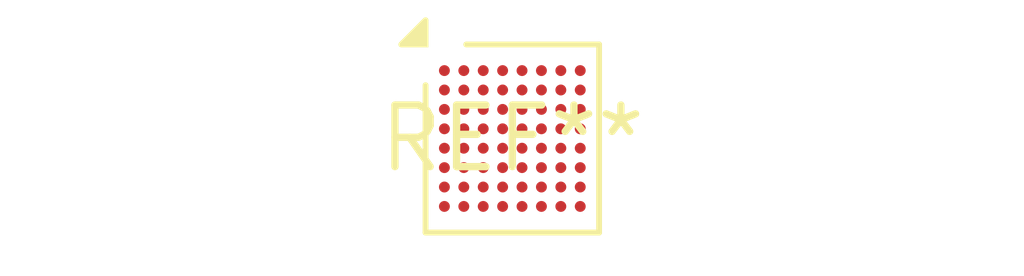
<source format=kicad_pcb>
(kicad_pcb (version 20240108) (generator pcbnew)
  (layers (0 "F.Cu" signal) (31 "B.Cu" signal) (34 "B.Paste" user) (35 "F.Paste" user) (36 "B.SilkS" user "B.Silkscreen") (37 "F.SilkS" user "F.Silkscreen") (38 "B.Mask" user) (39 "F.Mask" user) (44 "Edge.Cuts" user))
  (net 0 "")
  (footprint "ST_WLCSP-64_Die462" (layer "F.Cu") (at 0 0)
    (property "Reference" "REF**")
    (property "Value" "ST_WLCSP-64_Die462")
    (fp_line (start -1.7885 1.9385) (end -1.7885 -1.09925) (layer "F.SilkS") (stroke (width 0.12)))
    (fp_line (start -0.94925 -1.9385) (end 1.7885 -1.9385) (layer "F.SilkS") (stroke (width 0.12)))
    (fp_line (start 1.7885 -1.9385) (end 1.7885 1.9385) (layer "F.SilkS") (stroke (width 0.12)))
    (fp_line (start 1.7885 1.9385) (end -1.7885 1.9385) (layer "F.SilkS") (stroke (width 0.12)))
    (fp_poly (pts (xy -1.7885 -1.9385) (xy -2.2885 -1.9385) (xy -1.7885 -2.4385) (xy -1.7885 -1.9385)) (layer "F.SilkS") (stroke (width 0.12)) (fill solid))
    (pad "A1" smd circle (at -1.4 -1.4) (size 0.225 0.225) (property pad_prop_bga) (layers "F.Cu" "F.Paste" "F.Mask"))
    (pad "A2" smd circle (at -1 -1.4) (size 0.225 0.225) (property pad_prop_bga) (layers "F.Cu" "F.Paste" "F.Mask"))
    (pad "A3" smd circle (at -0.6 -1.4) (size 0.225 0.225) (property pad_prop_bga) (layers "F.Cu" "F.Paste" "F.Mask"))
    (pad "A4" smd circle (at -0.2 -1.4) (size 0.225 0.225) (property pad_prop_bga) (layers "F.Cu" "F.Paste" "F.Mask"))
    (pad "A5" smd circle (at 0.2 -1.4) (size 0.225 0.225) (property pad_prop_bga) (layers "F.Cu" "F.Paste" "F.Mask"))
    (pad "A6" smd circle (at 0.6 -1.4) (size 0.225 0.225) (property pad_prop_bga) (layers "F.Cu" "F.Paste" "F.Mask"))
    (pad "A7" smd circle (at 1 -1.4) (size 0.225 0.225) (property pad_prop_bga) (layers "F.Cu" "F.Paste" "F.Mask"))
    (pad "A8" smd circle (at 1.4 -1.4) (size 0.225 0.225) (property pad_prop_bga) (layers "F.Cu" "F.Paste" "F.Mask"))
    (pad "B1" smd circle (at -1.4 -1) (size 0.225 0.225) (property pad_prop_bga) (layers "F.Cu" "F.Paste" "F.Mask"))
    (pad "B2" smd circle (at -1 -1) (size 0.225 0.225) (property pad_prop_bga) (layers "F.Cu" "F.Paste" "F.Mask"))
    (pad "B3" smd circle (at -0.6 -1) (size 0.225 0.225) (property pad_prop_bga) (layers "F.Cu" "F.Paste" "F.Mask"))
    (pad "B4" smd circle (at -0.2 -1) (size 0.225 0.225) (property pad_prop_bga) (layers "F.Cu" "F.Paste" "F.Mask"))
    (pad "B5" smd circle (at 0.2 -1) (size 0.225 0.225) (property pad_prop_bga) (layers "F.Cu" "F.Paste" "F.Mask"))
    (pad "B6" smd circle (at 0.6 -1) (size 0.225 0.225) (property pad_prop_bga) (layers "F.Cu" "F.Paste" "F.Mask"))
    (pad "B7" smd circle (at 1 -1) (size 0.225 0.225) (property pad_prop_bga) (layers "F.Cu" "F.Paste" "F.Mask"))
    (pad "B8" smd circle (at 1.4 -1) (size 0.225 0.225) (property pad_prop_bga) (layers "F.Cu" "F.Paste" "F.Mask"))
    (pad "C1" smd circle (at -1.4 -0.6) (size 0.225 0.225) (property pad_prop_bga) (layers "F.Cu" "F.Paste" "F.Mask"))
    (pad "C2" smd circle (at -1 -0.6) (size 0.225 0.225) (property pad_prop_bga) (layers "F.Cu" "F.Paste" "F.Mask"))
    (pad "C3" smd circle (at -0.6 -0.6) (size 0.225 0.225) (property pad_prop_bga) (layers "F.Cu" "F.Paste" "F.Mask"))
    (pad "C4" smd circle (at -0.2 -0.6) (size 0.225 0.225) (property pad_prop_bga) (layers "F.Cu" "F.Paste" "F.Mask"))
    (pad "C5" smd circle (at 0.2 -0.6) (size 0.225 0.225) (property pad_prop_bga) (layers "F.Cu" "F.Paste" "F.Mask"))
    (pad "C6" smd circle (at 0.6 -0.6) (size 0.225 0.225) (property pad_prop_bga) (layers "F.Cu" "F.Paste" "F.Mask"))
    (pad "C7" smd circle (at 1 -0.6) (size 0.225 0.225) (property pad_prop_bga) (layers "F.Cu" "F.Paste" "F.Mask"))
    (pad "C8" smd circle (at 1.4 -0.6) (size 0.225 0.225) (property pad_prop_bga) (layers "F.Cu" "F.Paste" "F.Mask"))
    (pad "D1" smd circle (at -1.4 -0.2) (size 0.225 0.225) (property pad_prop_bga) (layers "F.Cu" "F.Paste" "F.Mask"))
    (pad "D2" smd circle (at -1 -0.2) (size 0.225 0.225) (property pad_prop_bga) (layers "F.Cu" "F.Paste" "F.Mask"))
    (pad "D3" smd circle (at -0.6 -0.2) (size 0.225 0.225) (property pad_prop_bga) (layers "F.Cu" "F.Paste" "F.Mask"))
    (pad "D4" smd circle (at -0.2 -0.2) (size 0.225 0.225) (property pad_prop_bga) (layers "F.Cu" "F.Paste" "F.Mask"))
    (pad "D5" smd circle (at 0.2 -0.2) (size 0.225 0.225) (property pad_prop_bga) (layers "F.Cu" "F.Paste" "F.Mask"))
    (pad "D6" smd circle (at 0.6 -0.2) (size 0.225 0.225) (property pad_prop_bga) (layers "F.Cu" "F.Paste" "F.Mask"))
    (pad "D7" smd circle (at 1 -0.2) (size 0.225 0.225) (property pad_prop_bga) (layers "F.Cu" "F.Paste" "F.Mask"))
    (pad "D8" smd circle (at 1.4 -0.2) (size 0.225 0.225) (property pad_prop_bga) (layers "F.Cu" "F.Paste" "F.Mask"))
    (pad "E1" smd circle (at -1.4 0.2) (size 0.225 0.225) (property pad_prop_bga) (layers "F.Cu" "F.Paste" "F.Mask"))
    (pad "E2" smd circle (at -1 0.2) (size 0.225 0.225) (property pad_prop_bga) (layers "F.Cu" "F.Paste" "F.Mask"))
    (pad "E3" smd circle (at -0.6 0.2) (size 0.225 0.225) (property pad_prop_bga) (layers "F.Cu" "F.Paste" "F.Mask"))
    (pad "E4" smd circle (at -0.2 0.2) (size 0.225 0.225) (property pad_prop_bga) (layers "F.Cu" "F.Paste" "F.Mask"))
    (pad "E5" smd circle (at 0.2 0.2) (size 0.225 0.225) (property pad_prop_bga) (layers "F.Cu" "F.Paste" "F.Mask"))
    (pad "E6" smd circle (at 0.6 0.2) (size 0.225 0.225) (property pad_prop_bga) (layers "F.Cu" "F.Paste" "F.Mask"))
    (pad "E7" smd circle (at 1 0.2) (size 0.225 0.225) (property pad_prop_bga) (layers "F.Cu" "F.Paste" "F.Mask"))
    (pad "E8" smd circle (at 1.4 0.2) (size 0.225 0.225) (property pad_prop_bga) (layers "F.Cu" "F.Paste" "F.Mask"))
    (pad "F1" smd circle (at -1.4 0.6) (size 0.225 0.225) (property pad_prop_bga) (layers "F.Cu" "F.Paste" "F.Mask"))
    (pad "F2" smd circle (at -1 0.6) (size 0.225 0.225) (property pad_prop_bga) (layers "F.Cu" "F.Paste" "F.Mask"))
    (pad "F3" smd circle (at -0.6 0.6) (size 0.225 0.225) (property pad_prop_bga) (layers "F.Cu" "F.Paste" "F.Mask"))
    (pad "F4" smd circle (at -0.2 0.6) (size 0.225 0.225) (property pad_prop_bga) (layers "F.Cu" "F.Paste" "F.Mask"))
    (pad "F5" smd circle (at 0.2 0.6) (size 0.225 0.225) (property pad_prop_bga) (layers "F.Cu" "F.Paste" "F.Mask"))
    (pad "F6" smd circle (at 0.6 0.6) (size 0.225 0.225) (property pad_prop_bga) (layers "F.Cu" "F.Paste" "F.Mask"))
    (pad "F7" smd circle (at 1 0.6) (size 0.225 0.225) (property pad_prop_bga) (layers "F.Cu" "F.Paste" "F.Mask"))
    (pad "F8" smd circle (at 1.4 0.6) (size 0.225 0.225) (property pad_prop_bga) (layers "F.Cu" "F.Paste" "F.Mask"))
    (pad "G1" smd circle (at -1.4 1) (size 0.225 0.225) (property pad_prop_bga) (layers "F.Cu" "F.Paste" "F.Mask"))
    (pad "G2" smd circle (at -1 1) (size 0.225 0.225) (property pad_prop_bga) (layers "F.Cu" "F.Paste" "F.Mask"))
    (pad "G3" smd circle (at -0.6 1) (size 0.225 0.225) (property pad_prop_bga) (layers "F.Cu" "F.Paste" "F.Mask"))
    (pad "G4" smd circle (at -0.2 1) (size 0.225 0.225) (property pad_prop_bga) (layers "F.Cu" "F.Paste" "F.Mask"))
    (pad "G5" smd circle (at 0.2 1) (size 0.225 0.225) (property pad_prop_bga) (layers "F.Cu" "F.Paste" "F.Mask"))
    (pad "G6" smd circle (at 0.6 1) (size 0.225 0.225) (property pad_prop_bga) (layers "F.Cu" "F.Paste" "F.Mask"))
    (pad "G7" smd circle (at 1 1) (size 0.225 0.225) (property pad_prop_bga) (layers "F.Cu" "F.Paste" "F.Mask"))
    (pad "G8" smd circle (at 1.4 1) (size 0.225 0.225) (property pad_prop_bga) (layers "F.Cu" "F.Paste" "F.Mask"))
    (pad "H1" smd circle (at -1.4 1.4) (size 0.225 0.225) (property pad_prop_bga) (layers "F.Cu" "F.Paste" "F.Mask"))
    (pad "H2" smd circle (at -1 1.4) (size 0.225 0.225) (property pad_prop_bga) (layers "F.Cu" "F.Paste" "F.Mask"))
    (pad "H3" smd circle (at -0.6 1.4) (size 0.225 0.225) (property pad_prop_bga) (layers "F.Cu" "F.Paste" "F.Mask"))
    (pad "H4" smd circle (at -0.2 1.4) (size 0.225 0.225) (property pad_prop_bga) (layers "F.Cu" "F.Paste" "F.Mask"))
    (pad "H5" smd circle (at 0.2 1.4) (size 0.225 0.225) (property pad_prop_bga) (layers "F.Cu" "F.Paste" "F.Mask"))
    (pad "H6" smd circle (at 0.6 1.4) (size 0.225 0.225) (property pad_prop_bga) (layers "F.Cu" "F.Paste" "F.Mask"))
    (pad "H7" smd circle (at 1 1.4) (size 0.225 0.225) (property pad_prop_bga) (layers "F.Cu" "F.Paste" "F.Mask"))
    (pad "H8" smd circle (at 1.4 1.4) (size 0.225 0.225) (property pad_prop_bga) (layers "F.Cu" "F.Paste" "F.Mask"))
  )
)
</source>
